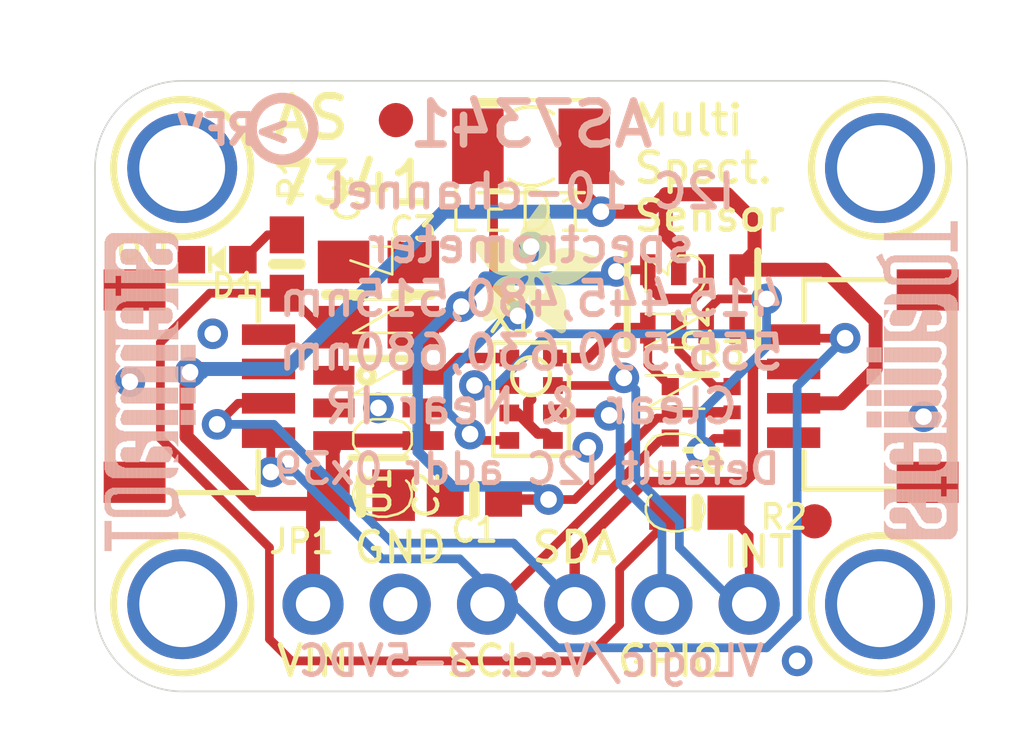
<source format=kicad_pcb>
(kicad_pcb (version 20211014) (generator pcbnew)
  (layers (0 "F.Cu" signal) (31 "B.Cu" signal) (34 "B.Paste" user) (35 "F.Paste" user) (36 "B.SilkS" user "B.Silkscreen") (37 "F.SilkS" user "F.Silkscreen") (38 "B.Mask" user) (39 "F.Mask" user) (44 "Edge.Cuts" user))
  (net 0 "")
  (net 1 "GND")
  (net 2 "SDA")
  (net 3 "SCL")
  (net 4 "INT")
  (net 5 "VCC")
  (net 6 "N$1")
  (net 7 "1.8V")
  (net 8 "SDA_2V")
  (net 9 "SCL_2V")
  (net 10 "GPIO")
  (net 11 "LDR")
  (net 12 "3.3V")
  (footprint "boardEagle:MOUNTINGHOLE_2.5_PLATED" (layer "F.Cu") (at 158.6611 98.6536)
    (fp_text reference "U$17" hide)
    (fp_text value "MOUNTINGHOLE2.5" hide)
    (pad "P$1" thru_hole circle (at 0 0) (size 3.2 3.2) (drill 2.5) (layers *.Cu *.Mask))
  )
  (footprint "boardEagle:JST_SH4" (layer "F.Cu") (at 138.3411 105.0036 -90)
    (fp_text reference "CONN4" (at -4.6 -5.9 90) (layer "F.SilkS") (effects (font (size 1.703222 1.703222) (thickness 0.074778)) (justify right)))
    (fp_text value "STEMMA_I2C_QT" hide)
    (pad "1" smd rect (at -1.5 -2.514) (size 1.55 0.6) (layers "F.Cu" "F.Paste" "F.Mask") (net 1 "GND"))
    (pad "2" smd rect (at -0.5 -2.514) (size 1.55 0.6) (layers "F.Cu" "F.Paste" "F.Mask") (net 5 "VCC"))
    (pad "3" smd rect (at 0.5 -2.514) (size 1.55 0.6) (layers "F.Cu" "F.Paste" "F.Mask") (net 2 "SDA"))
    (pad "4" smd rect (at 1.5 -2.514) (size 1.55 0.6) (layers "F.Cu" "F.Paste" "F.Mask") (net 3 "SCL"))
    (pad "MT1" smd rect (at -2.8 1.386) (size 1.8 1.2) (layers "F.Cu" "F.Paste" "F.Mask") (net 1 "GND"))
    (pad "MT2" smd rect (at 2.8 1.386) (size 1.8 1.2) (layers "F.Cu" "F.Paste" "F.Mask") (net 1 "GND"))
  )
  (footprint "boardEagle:RESPACK_4X0603" (layer "F.Cu") (at 153.2001 102.4636 180)
    (fp_text reference "R3" (at -1.6 -1.6) (layer "F.SilkS") (effects (font (size 0.692831 0.692831) (thickness 0.119969)) (justify right)))
    (fp_text value "10K")
    (pad "1" smd rect (at -1.3 0.85 180) (size 0.45 0.9) (layers "F.Cu" "F.Paste" "F.Mask") (net 5 "VCC"))
    (pad "2" smd rect (at -0.4 0.85 180) (size 0.45 0.9) (layers "F.Cu" "F.Paste" "F.Mask") (net 7 "1.8V"))
    (pad "3" smd rect (at 0.4 0.85 180) (size 0.45 0.9) (layers "F.Cu" "F.Paste" "F.Mask") (net 5 "VCC"))
    (pad "4" smd rect (at 1.3 0.85 180) (size 0.45 0.9) (layers "F.Cu" "F.Paste" "F.Mask") (net 7 "1.8V"))
    (pad "5" smd rect (at 1.3 -0.85 180) (size 0.45 0.9) (layers "F.Cu" "F.Paste" "F.Mask") (net 8 "SDA_2V"))
    (pad "6" smd rect (at 0.4 -0.85 180) (size 0.45 0.9) (layers "F.Cu" "F.Paste" "F.Mask") (net 2 "SDA"))
    (pad "7" smd rect (at -0.4 -0.85 180) (size 0.45 0.9) (layers "F.Cu" "F.Paste" "F.Mask") (net 9 "SCL_2V"))
    (pad "8" smd rect (at -1.3 -0.85 180) (size 0.45 0.9) (layers "F.Cu" "F.Paste" "F.Mask") (net 3 "SCL"))
  )
  (footprint "boardEagle:FIDUCIAL_1MM" (layer "F.Cu") (at 144.5641 97.2566)
    (fp_text reference "FID4" hide)
    (fp_text value "FIDUCIAL_1MM" hide)
    (pad "1" smd roundrect (at 0 0) (size 1 1) (layers "F.Cu" "F.Mask") (roundrect_rratio 0.5))
  )
  (footprint "boardEagle:MOUNTINGHOLE_2.5_PLATED" (layer "F.Cu") (at 138.3411 98.6536)
    (fp_text reference "U$1" hide)
    (fp_text value "MOUNTINGHOLE2.5" hide)
    (pad "P$1" thru_hole circle (at 0 0) (size 3.2 3.2) (drill 2.5) (layers *.Cu *.Mask))
  )
  (footprint "boardEagle:FIDUCIAL_1MM" (layer "F.Cu") (at 156.7561 108.9406)
    (fp_text reference "FID3" hide)
    (fp_text value "FIDUCIAL_1MM" hide)
    (pad "1" smd roundrect (at 0 0) (size 1 1) (layers "F.Cu" "F.Mask") (roundrect_rratio 0.5))
  )
  (footprint "boardEagle:0603-NO" (layer "F.Cu") (at 141.3891 101.4476 90)
    (fp_text reference "R1" (at 1.778 0.127 90) (layer "F.SilkS") (effects (font (size 0.692831 0.692831) (thickness 0.119969)) (justify left)))
    (fp_text value "10K")
    (pad "1" smd rect (at -0.85 0 90) (size 1.075 1) (layers "F.Cu" "F.Paste" "F.Mask") (net 12 "3.3V"))
    (pad "2" smd rect (at 0.85 0 90) (size 1.075 1) (layers "F.Cu" "F.Paste" "F.Mask") (net 6 "N$1"))
  )
  (footprint "boardEagle:CHIPLED_0603_NOOUTLINE" (layer "F.Cu") (at 139.3571 101.3206 90)
    (fp_text reference "D1" (at -0.762 1.27) (layer "F.SilkS") (effects (font (size 0.692831 0.692831) (thickness 0.119969)) (justify right)))
    (fp_text value "GREEN")
    (pad "A" smd rect (at 0 0.75 90) (size 0.8 0.8) (layers "F.Cu" "F.Paste" "F.Mask") (net 6 "N$1"))
    (pad "C" smd rect (at 0 -0.75 90) (size 0.8 0.8) (layers "F.Cu" "F.Paste" "F.Mask") (net 1 "GND"))
  )
  (footprint "boardEagle:0805-NO" (layer "F.Cu") (at 143.0401 102.3366 90)
    (fp_text reference "C4" (at 2.032 0.127 90) (layer "F.SilkS") (effects (font (size 0.692831 0.692831) (thickness 0.119969)) (justify left)))
    (fp_text value "10uF")
    (pad "1" smd rect (at -0.95 0 90) (size 1.24 1.5) (layers "F.Cu" "F.Paste" "F.Mask") (net 12 "3.3V"))
    (pad "2" smd rect (at 0.95 0 90) (size 1.24 1.5) (layers "F.Cu" "F.Paste" "F.Mask") (net 1 "GND"))
  )
  (footprint "boardEagle:MOUNTINGHOLE_2.5_PLATED" (layer "F.Cu") (at 138.3411 111.3536)
    (fp_text reference "U$19" hide)
    (fp_text value "MOUNTINGHOLE2.5" hide)
    (pad "P$1" thru_hole circle (at 0 0) (size 3.2 3.2) (drill 2.5) (layers *.Cu *.Mask))
  )
  (footprint "boardEagle:ADAFRUIT_3.5MM" (layer "F.Cu") (at 146.7231 103.4796)
    (fp_text reference "U$22" hide)
    (fp_text value "" hide)
  )
  (footprint "boardEagle:0805-NO" (layer "F.Cu") (at 145.0721 102.3366 90)
    (fp_text reference "C3" (at 1.905 -0.762) (layer "F.SilkS") (effects (font (size 0.692831 0.692831) (thickness 0.119969)) (justify left)))
    (fp_text value "10uF")
    (pad "1" smd rect (at -0.95 0 90) (size 1.24 1.5) (layers "F.Cu" "F.Paste" "F.Mask") (net 7 "1.8V"))
    (pad "2" smd rect (at 0.95 0 90) (size 1.24 1.5) (layers "F.Cu" "F.Paste" "F.Mask") (net 1 "GND"))
  )
  (footprint "boardEagle:0603-NO" (layer "F.Cu") (at 153.3271 108.6866)
    (fp_text reference "R2" (at 1.778 0.127) (layer "F.SilkS") (effects (font (size 0.692831 0.692831) (thickness 0.119969)) (justify left)))
    (fp_text value "10K")
    (pad "1" smd rect (at -0.85 0) (size 1.075 1) (layers "F.Cu" "F.Paste" "F.Mask") (net 12 "3.3V"))
    (pad "2" smd rect (at 0.85 0) (size 1.075 1) (layers "F.Cu" "F.Paste" "F.Mask") (net 4 "INT"))
  )
  (footprint "boardEagle:0603-NO" (layer "F.Cu") (at 146.8501 108.3056 180)
    (fp_text reference "C1" (at -0.762 -0.889) (layer "F.SilkS") (effects (font (size 0.692831 0.692831) (thickness 0.119969)) (justify right)))
    (fp_text value "0.1uF")
    (pad "1" smd rect (at -0.85 0 180) (size 1.075 1) (layers "F.Cu" "F.Paste" "F.Mask") (net 7 "1.8V"))
    (pad "2" smd rect (at 0.85 0 180) (size 1.075 1) (layers "F.Cu" "F.Paste" "F.Mask") (net 1 "GND"))
  )
  (footprint "boardEagle:AS7341" (layer "F.Cu") (at 148.5011 105.3846)
    (fp_text reference "X1" (at -1.3 -2.3) (layer "F.SilkS") (effects (font (size 0.692831 0.692831) (thickness 0.119969)) (justify left)))
    (fp_text value "AS7341")
    (pad "1" smd rect (at -0.635 -1.2) (size 0.575 0.488) (layers "F.Cu" "F.Paste" "F.Mask") (net 7 "1.8V"))
    (pad "2" smd rect (at -0.635 -0.4) (size 0.575 0.488) (layers "F.Cu" "F.Paste" "F.Mask") (net 9 "SCL_2V"))
    (pad "3" smd rect (at -0.635 0.4) (size 0.575 0.488) (layers "F.Cu" "F.Paste" "F.Mask") (net 1 "GND"))
    (pad "4" smd rect (at -0.635 1.2) (size 0.575 0.488) (layers "F.Cu" "F.Paste" "F.Mask") (net 11 "LDR"))
    (pad "5" smd rect (at 0.635 1.2) (size 0.575 0.488) (layers "F.Cu" "F.Paste" "F.Mask") (net 1 "GND"))
    (pad "6" smd rect (at 0.635 0.4) (size 0.575 0.488) (layers "F.Cu" "F.Paste" "F.Mask") (net 10 "GPIO"))
    (pad "7" smd rect (at 0.635 -0.4) (size 0.575 0.488) (layers "F.Cu" "F.Paste" "F.Mask") (net 4 "INT"))
    (pad "8" smd rect (at 0.635 -1.2) (size 0.575 0.488) (layers "F.Cu" "F.Paste" "F.Mask") (net 8 "SDA_2V"))
  )
  (footprint "boardEagle:0805-NO" (layer "F.Cu") (at 143.5481 108.1786)
    (fp_text reference "C2" (at 1.905 -0.762 90) (layer "F.SilkS") (effects (font (size 0.692831 0.692831) (thickness 0.119969)) (justify right)))
    (fp_text value "10uF")
    (pad "1" smd rect (at -0.95 0) (size 1.24 1.5) (layers "F.Cu" "F.Paste" "F.Mask") (net 5 "VCC"))
    (pad "2" smd rect (at 0.95 0) (size 1.24 1.5) (layers "F.Cu" "F.Paste" "F.Mask") (net 1 "GND"))
  )
  (footprint "boardEagle:MOUNTINGHOLE_2.5_PLATED" (layer "F.Cu") (at 158.6611 111.3536)
    (fp_text reference "U$21" hide)
    (fp_text value "MOUNTINGHOLE2.5" hide)
    (pad "P$1" thru_hole circle (at 0 0) (size 3.2 3.2) (drill 2.5) (layers *.Cu *.Mask))
  )
  (footprint "boardEagle:1X06_ROUND_70" (layer "F.Cu") (at 148.5011 111.3536)
    (fp_text reference "JP1" (at -7.6962 -1.8288) (layer "F.SilkS") (effects (font (size 0.692831 0.692831) (thickness 0.119969)) (justify left)))
    (fp_text value "")
    (pad "1" thru_hole circle (at -6.35 0 90) (size 1.778 1.778) (drill 1) (layers *.Cu *.Mask) (net 5 "VCC"))
    (pad "2" thru_hole circle (at -3.81 0 90) (size 1.778 1.778) (drill 1) (layers *.Cu *.Mask) (net 1 "GND"))
    (pad "3" thru_hole circle (at -1.27 0 90) (size 1.778 1.778) (drill 1) (layers *.Cu *.Mask) (net 3 "SCL"))
    (pad "4" thru_hole circle (at 1.27 0 90) (size 1.778 1.778) (drill 1) (layers *.Cu *.Mask) (net 2 "SDA"))
    (pad "5" thru_hole circle (at 3.81 0 90) (size 1.778 1.778) (drill 1) (layers *.Cu *.Mask) (net 10 "GPIO"))
    (pad "6" thru_hole circle (at 6.35 0 90) (size 1.778 1.778) (drill 1) (layers *.Cu *.Mask) (net 4 "INT"))
  )
  (footprint "boardEagle:JST_SH4" (layer "F.Cu") (at 158.6611 105.0036 90)
    (fp_text reference "CONN3" (at -4.6 -5.9 90) (layer "F.SilkS") (effects (font (size 1.703222 1.703222) (thickness 0.074778)) (justify left)))
    (fp_text value "STEMMA_I2C_QT" hide)
    (pad "1" smd rect (at -1.5 -2.514 180) (size 1.55 0.6) (layers "F.Cu" "F.Paste" "F.Mask") (net 1 "GND"))
    (pad "2" smd rect (at -0.5 -2.514 180) (size 1.55 0.6) (layers "F.Cu" "F.Paste" "F.Mask") (net 5 "VCC"))
    (pad "3" smd rect (at 0.5 -2.514 180) (size 1.55 0.6) (layers "F.Cu" "F.Paste" "F.Mask") (net 2 "SDA"))
    (pad "4" smd rect (at 1.5 -2.514 180) (size 1.55 0.6) (layers "F.Cu" "F.Paste" "F.Mask") (net 3 "SCL"))
    (pad "MT1" smd rect (at -2.8 1.386 180) (size 1.8 1.2) (layers "F.Cu" "F.Paste" "F.Mask") (net 1 "GND"))
    (pad "MT2" smd rect (at 2.8 1.386 180) (size 1.8 1.2) (layers "F.Cu" "F.Paste" "F.Mask") (net 1 "GND"))
  )
  (footprint "boardEagle:SOT23-6" (layer "F.Cu") (at 144.0561 105.6386 -90)
    (fp_text reference "U1" (at 1.651 0 90) (layer "F.SilkS") (effects (font (size 0.692831 0.692831) (thickness 0.119969)) (justify right)))
    (fp_text value "AP7312-3.3/1.8")
    (pad "1" smd rect (at -0.95 1.3 270) (size 0.55 1.2) (layers "F.Cu" "F.Paste" "F.Mask") (net 12 "3.3V"))
    (pad "2" smd rect (at 0 1.3 270) (size 0.55 1.2) (layers "F.Cu" "F.Paste" "F.Mask") (net 1 "GND"))
    (pad "3" smd rect (at 0.95 1.3 270) (size 0.55 1.2) (layers "F.Cu" "F.Paste" "F.Mask") (net 5 "VCC"))
    (pad "4" smd rect (at 0.95 -1.3 270) (size 0.55 1.2) (layers "F.Cu" "F.Paste" "F.Mask") (net 5 "VCC"))
    (pad "5" smd rect (at 0 -1.3 270) (size 0.55 1.2) (layers "F.Cu" "F.Paste" "F.Mask") (net 5 "VCC"))
    (pad "6" smd rect (at -0.95 -1.3 270) (size 0.55 1.2) (layers "F.Cu" "F.Paste" "F.Mask") (net 7 "1.8V"))
  )
  (footprint "boardEagle:KA-3528ASYC" (layer "F.Cu") (at 148.5011 98.0186 180)
    (fp_text reference "LED1" (at -1.905 -1.905) (layer "F.SilkS") (effects (font (size 1.176528 1.176528) (thickness 0.093472)) (justify right)))
    (fp_text value "EAHC2835WD6  ")
    (pad "A" smd rect (at -1.55 0 180) (size 1.5 2.2) (layers "F.Cu" "F.Paste" "F.Mask") (net 5 "VCC"))
    (pad "C" smd rect (at 1.55 0 180) (size 1.5 2.2) (layers "F.Cu" "F.Paste" "F.Mask") (net 11 "LDR"))
  )
  (footprint "boardEagle:SOT363" (layer "F.Cu") (at 153.4541 105.7656 90)
    (fp_text reference "Q2" (at 1.651 -0.127 90) (layer "F.SilkS") (effects (font (size 0.692831 0.692831) (thickness 0.119969)) (justify left)))
    (fp_text value "BSS138")
    (pad "1" smd rect (at -0.75 0.9 90) (size 0.5 0.5) (layers "F.Cu" "F.Paste" "F.Mask") (net 9 "SCL_2V"))
    (pad "2" smd rect (at 0 0.9 90) (size 0.4 0.5) (layers "F.Cu" "F.Paste" "F.Mask") (net 7 "1.8V"))
    (pad "3" smd rect (at 0.75 0.9 90) (size 0.5 0.5) (layers "F.Cu" "F.Paste" "F.Mask") (net 2 "SDA"))
    (pad "4" smd rect (at 0.75 -0.9 90) (size 0.5 0.5) (layers "F.Cu" "F.Paste" "F.Mask") (net 8 "SDA_2V"))
    (pad "5" smd rect (at 0 -0.9 90) (size 0.4 0.5) (layers "F.Cu" "F.Paste" "F.Mask") (net 7 "1.8V"))
    (pad "6" smd rect (at -0.75 -0.9 90) (size 0.5 0.5) (layers "F.Cu" "F.Paste" "F.Mask") (net 3 "SCL"))
  )
  (footprint "boardEagle:PCBFEAT-REV-040" (layer "B.Cu") (at 141.2621 97.5106 180)
    (fp_text reference "U$25" hide)
    (fp_text value "" hide)
    (fp_text user ">REV" (at -0.3556 -0.508) (layer "B.SilkS") (effects (font (size 0.8128 0.8128) (thickness 0.2032)) (justify left bottom mirror)))
  )
  (footprint "boardEagle:STEMMAQT" (layer "B.Cu") (at 138.7221 100.5586 -90)
    (fp_text reference "U$31" hide)
    (fp_text value "" hide)
  )
  (footprint "boardEagle:STEMMAQT" (layer "B.Cu") (at 158.2801 109.4486 90)
    (fp_text reference "U$30" hide)
    (fp_text value "" hide)
  )
  (gr_line (start 135.8011 98.6536) (end 135.8011 111.3536) (layer "Edge.Cuts") (width 0.05))
  (gr_arc (start 161.2011 111.3536) (mid 160.457151 113.149651) (end 158.6611 113.8936) (layer "Edge.Cuts") (width 0.05))
  (gr_arc (start 138.3411 113.8936) (mid 136.545049 113.149651) (end 135.8011 111.3536) (layer "Edge.Cuts") (width 0.05))
  (gr_arc (start 135.8011 98.6536) (mid 136.545049 96.857549) (end 138.3411 96.1136) (layer "Edge.Cuts") (width 0.05))
  (gr_arc (start 158.6611 96.1136) (mid 160.457151 96.857549) (end 161.2011 98.6536) (layer "Edge.Cuts") (width 0.05))
  (gr_line (start 138.3411 113.8936) (end 158.6611 113.8936) (layer "Edge.Cuts") (width 0.05))
  (gr_line (start 158.6611 96.1136) (end 138.3411 96.1136) (layer "Edge.Cuts") (width 0.05))
  (gr_line (start 161.2011 111.3536) (end 161.2011 98.6536) (layer "Edge.Cuts") (width 0.05))
  (gr_text "Default I2C addr 0x39" (at 148.3741 107.4166) (layer "B.SilkS") (effects (font (size 0.8636 0.8636) (thickness 0.1524)) (justify mirror)))
  (gr_text "AS7341" (at 148.5011 97.3836) (layer "B.SilkS") (effects (font (size 1.25222 1.25222) (thickness 0.22098)) (justify mirror)))
  (gr_text "VLogic/Vcc: 3-5VDC" (at 148.5011 113.0046) (layer "B.SilkS") (effects (font (size 0.8636 0.8636) (thickness 0.1524)) (justify mirror)))
  (gr_text "I2C 10-channel\nspectrometer\n415,445,480,515nm\n555,590,630,680nm\nClear & Near IR" (at 148.5011 102.4636) (layer "B.SilkS") (effects (font (size 0.97155 0.97155) (thickness 0.17145)) (justify mirror)))
  (gr_text "VIN" (at 142.1511 113.0046) (layer "F.SilkS") (effects (font (size 0.87376 0.87376) (thickness 0.14224))))
  (gr_text "GND" (at 144.6911 109.7026) (layer "F.SilkS") (effects (font (size 0.87376 0.87376) (thickness 0.14224))))
  (gr_text "SCL" (at 147.2311 113.0046) (layer "F.SilkS") (effects (font (size 0.87376 0.87376) (thickness 0.14224))))
  (gr_text "INT" (at 155.1051 109.8296) (layer "F.SilkS") (effects (font (size 0.87376 0.87376) (thickness 0.14224))))
  (gr_text "Multi\nSpect.\nSensor" (at 151.4221 98.6536) (layer "F.SilkS") (effects (font (size 0.8636 0.8636) (thickness 0.1524)) (justify left)))
  (gr_text "GPIO" (at 152.5651 113.0046) (layer "F.SilkS") (effects (font (size 0.87376 0.87376) (thickness 0.14224))))
  (gr_text "on" (at 136.3091 101.4476) (layer "F.SilkS") (effects (font (size 0.89408 0.89408) (thickness 0.12192)) (justify left bottom)))
  (gr_text "AS\n7341" (at 140.8811 98.1456) (layer "F.SilkS") (effects (font (size 1.18745 1.18745) (thickness 0.20955)) (justify left)))
  (gr_text "SDA" (at 149.7711 109.7026) (layer "F.SilkS") (effects (font (size 0.87376 0.87376) (thickness 0.14224))))
  (segment (start 147.8661 105.7846) (end 148.101706 105.7846) (width 0.3048) (layer "F.Cu") (net 1))
  (segment (start 148.101706 105.7846) (end 148.418903 106.101797) (width 0.3048) (layer "F.Cu") (net 1))
  (segment (start 148.418903 105.466191) (end 148.5011 105.383994) (width 0.3048) (layer "F.Cu") (net 1))
  (segment (start 148.5011 105.383994) (end 148.501706 105.3846) (width 0.3048) (layer "F.Cu") (net 1))
  (segment (start 148.701306 106.3842) (end 148.9357 106.3842) (width 0.3048) (layer "F.Cu") (net 1))
  (segment (start 148.418903 106.101797) (end 148.701306 106.3842) (width 0.3048) (layer "F.Cu") (net 1))
  (segment (start 148.9357 106.3842) (end 149.1361 106.5846) (width 0.3048) (layer "F.Cu") (net 1))
  (segment (start 148.418903 106.101797) (end 148.418903 105.466191) (width 0.3048) (layer "F.Cu") (net 1))
  (via (at 139.2301 103.4796) (size 0.889) (drill 0.4826) (layers "F.Cu" "B.Cu") (net 1))
  (via (at 150.1521 106.7816) (size 0.889) (drill 0.4826) (layers "F.Cu" "B.Cu") (net 1))
  (via (at 148.5011 100.9396) (size 0.889) (drill 0.4826) (layers "F.Cu" "B.Cu") (net 1))
  (via (at 136.8171 104.8766) (size 0.889) (drill 0.4826) (layers "F.Cu" "B.Cu") (net 1))
  (via (at 159.9311 105.8926) (size 0.889) (drill 0.4826) (layers "F.Cu" "B.Cu") (net 1))
  (via (at 144.0561 105.6386) (size 0.889) (drill 0.4826) (layers "F.Cu" "B.Cu") (net 1))
  (via (at 156.2481 113.0046) (size 0.889) (drill 0.4826) (layers "F.Cu" "B.Cu") (net 1))
  (segment (start 149.7711 109.8296) (end 149.7711 111.3536) (width 0.3048) (layer "F.Cu") (net 2))
  (segment (start 156.0121 104.3686) (end 156.1471 104.5036) (width 0.254) (layer "F.Cu") (net 2))
  (segment (start 153.8461 105.0156) (end 152.8001 103.9696) (width 0.254) (layer "F.Cu") (net 2))
  (segment (start 154.9597 104.3686) (end 156.0121 104.3686) (width 0.254) (layer "F.Cu") (net 2))
  (segment (start 140.8551 105.5036) (end 139.97 105.5036) (width 0.254) (layer "F.Cu") (net 2))
  (segment (start 154.9597 107.547894) (end 154.709993 107.7976) (width 0.3048) (layer "F.Cu") (net 2))
  (segment (start 154.3541 105.0156) (end 154.3541 104.8656) (width 0.254) (layer "F.Cu") (net 2))
  (segment (start 139.3571 106.1165) (end 139.97 105.5036) (width 0.254) (layer "F.Cu") (net 2))
  (segment (start 151.8031 107.7976) (end 149.7711 109.8296) (width 0.3048) (layer "F.Cu") (net 2))
  (segment (start 154.8511 104.3686) (end 154.9597 104.3686) (width 0.254) (layer "F.Cu") (net 2))
  (segment (start 152.8001 103.3136) (end 152.8001 103.9696) (width 0.254) (layer "F.Cu") (net 2))
  (segment (start 154.8511 104.3686) (end 154.3541 104.8656) (width 0.254) (layer "F.Cu") (net 2))
  (segment (start 153.8461 105.0156) (end 154.3541 105.0156) (width 0.254) (layer "F.Cu") (net 2))
  (segment (start 154.9597 104.3686) (end 154.9597 107.547894) (width 0.3048) (layer "F.Cu") (net 2))
  (segment (start 154.709993 107.7976) (end 151.8031 107.7976) (width 0.3048) (layer "F.Cu") (net 2))
  (via (at 139.3571 106.1165) (size 0.889) (drill 0.4826) (layers "F.Cu" "B.Cu") (net 2))
  (segment (start 144.4672 109.5756) (end 141.0081 106.1165) (width 0.254) (layer "B.Cu") (net 2))
  (segment (start 139.3571 106.1165) (end 141.0081 106.1165) (width 0.254) (layer "B.Cu") (net 2))
  (segment (start 147.9931 109.5756) (end 149.7711 111.3536) (width 0.254) (layer "B.Cu") (net 2))
  (segment (start 144.4672 109.5756) (end 147.9931 109.5756) (width 0.254) (layer "B.Cu") (net 2))
  (segment (start 140.8551 106.5036) (end 140.919853 106.568354) (width 0.254) (layer "F.Cu") (net 3))
  (segment (start 152.5541 106.5156) (end 152.3231 106.5156) (width 0.254) (layer "F.Cu") (net 3))
  (segment (start 147.2311 111.3536) (end 147.4851 111.3536) (width 0.254) (layer "F.Cu") (net 3))
  (segment (start 157.6451 103.6075) (end 156.251 103.6075) (width 0.254) (layer "F.Cu") (net 3))
  (segment (start 154.6901 103.5036) (end 154.5001 103.3136) (width 0.254) (layer "F.Cu") (net 3))
  (segment (start 156.1471 103.5036) (end 156.251 103.6075) (width 0.254) (layer "F.Cu") (net 3))
  (segment (start 152.3231 106.5156) (end 147.4851 111.3536) (width 0.254) (layer "F.Cu") (net 3))
  (segment (start 140.919853 106.568354) (end 140.919853 107.504847) (width 0.254) (layer "F.Cu") (net 3))
  (segment (start 156.1471 103.5036) (end 154.6901 103.5036) (width 0.254) (layer "F.Cu") (net 3))
  (via (at 140.919853 107.504847) (size 0.889) (drill 0.4826) (layers "F.Cu" "B.Cu") (net 3))
  (via (at 157.6451 103.6075) (size 0.889) (drill 0.4826) (layers "F.Cu" "B.Cu") (net 3))
  (segment (start 149.2631 112.6236) (end 147.9931 111.3536) (width 0.254) (layer "B.Cu") (net 3))
  (segment (start 144.150818 110.0328) (end 146.4183 110.0328) (width 0.254) (layer "B.Cu") (net 3))
  (segment (start 147.9931 111.3536) (end 147.2311 111.3536) (width 0.254) (layer "B.Cu") (net 3))
  (segment (start 147.2311 110.8456) (end 147.2311 111.3536) (width 0.254) (layer "B.Cu") (net 3))
  (segment (start 157.6451 103.6075) (end 156.2481 105.0045) (width 0.254) (layer "B.Cu") (net 3))
  (segment (start 146.4183 110.0328) (end 147.2311 110.8456) (width 0.254) (layer "B.Cu") (net 3))
  (segment (start 155.3591 112.6236) (end 149.2631 112.6236) (width 0.254) (layer "B.Cu") (net 3))
  (segment (start 156.2481 105.0045) (end 156.2481 111.7346) (width 0.254) (layer "B.Cu") (net 3))
  (segment (start 144.150818 110.0328) (end 141.622865 107.504847) (width 0.254) (layer "B.Cu") (net 3))
  (segment (start 156.2481 111.7346) (end 155.3591 112.6236) (width 0.254) (layer "B.Cu") (net 3))
  (segment (start 140.919853 107.504847) (end 141.622865 107.504847) (width 0.254) (layer "B.Cu") (net 3))
  (segment (start 150.980506 104.9846) (end 151.202806 104.7623) (width 0.254) (layer "F.Cu") (net 4))
  (segment (start 149.1361 104.9846) (end 150.980506 104.9846) (width 0.254) (layer "F.Cu") (net 4))
  (segment (start 154.8511 109.3606) (end 154.8511 111.3536) (width 0.254) (layer "F.Cu") (net 4))
  (segment (start 154.1771 108.6866) (end 154.8511 109.3606) (width 0.254) (layer "F.Cu") (net 4))
  (via (at 151.202806 104.7623) (size 0.889) (drill 0.4826) (layers "F.Cu" "B.Cu") (net 4))
  (segment (start 151.5491 105.108594) (end 151.5491 107.6706) (width 0.254) (layer "B.Cu") (net 4))
  (segment (start 151.5491 107.6706) (end 152.8191 108.9406) (width 0.254) (layer "B.Cu") (net 4))
  (segment (start 154.4701 111.3536) (end 154.8511 111.3536) (width 0.254) (layer "B.Cu") (net 4))
  (segment (start 154.4701 111.3536) (end 152.8191 109.7026) (width 0.254) (layer "B.Cu") (net 4))
  (segment (start 152.8191 108.9406) (end 152.8191 109.7026) (width 0.254) (layer "B.Cu") (net 4))
  (segment (start 151.202806 104.7623) (end 151.5491 105.108594) (width 0.254) (layer "B.Cu") (net 4))
  (segment (start 150.0511 99.4416) (end 150.0511 98.0186) (width 0.4064) (layer "F.Cu") (net 5))
  (segment (start 142.7251 108.0516) (end 142.5981 108.1786) (width 0.4064) (layer "F.Cu") (net 5))
  (segment (start 152.8001 100.9786) (end 152.4191 100.5976) (width 0.4064) (layer "F.Cu") (net 5))
  (segment (start 158.5341 104.4956) (end 158.5341 103.0986) (width 0.4064) (layer "F.Cu") (net 5))
  (segment (start 145.3561 105.6386) (end 145.3561 106.5886) (width 0.4064) (layer "F.Cu") (net 5))
  (segment (start 142.7561 106.5886) (end 142.7561 106.842594) (width 0.4064) (layer "F.Cu") (net 5))
  (segment (start 151.9301 99.9236) (end 152.3111 99.5426) (width 0.4064) (layer "F.Cu") (net 5))
  (segment (start 155.0081 100.2076) (end 155.0081 101.1056) (width 0.4064) (layer "F.Cu") (net 5))
  (segment (start 154.2161 99.4156) (end 152.4191 99.4156) (width 0.4064) (layer "F.Cu") (net 5))
  (segment (start 140.8551 104.5036) (end 138.9681 104.5036) (width 0.4064) (layer "F.Cu") (net 5))
  (segment (start 150.5331 99.9236) (end 150.0511 99.4416) (width 0.4064) (layer "F.Cu") (net 5))
  (segment (start 142.5981 108.1786) (end 142.1511 108.6256) (width 0.4064) (layer "F.Cu") (net 5))
  (segment (start 142.7561 106.842594) (end 142.7251 106.873591) (width 0.4064) (layer "F.Cu") (net 5))
  (segment (start 152.8001 101.6136) (end 152.8001 100.9786) (width 0.4064) (layer "F.Cu") (net 5))
  (segment (start 150.5331 99.9236) (end 151.9301 99.9236) (width 0.4064) (layer "F.Cu") (net 5))
  (segment (start 152.4191 99.4156) (end 152.4191 99.5426) (width 0.4064) (layer "F.Cu") (net 5))
  (segment (start 138.4681 105.0036) (end 138.4681 106.479863) (width 0.4064) (layer "F.Cu") (net 5))
  (segment (start 152.4191 99.5426) (end 152.4191 100.5976) (width 0.4064) (layer "F.Cu") (net 5))
  (segment (start 157.5261 105.5036) (end 158.5341 104.4956) (width 0.4064) (layer "F.Cu") (net 5))
  (segment (start 138.4681 106.479863) (end 140.420837 108.4326) (width 0.4064) (layer "F.Cu") (net 5))
  (segment (start 157.0491 101.6136) (end 154.5001 101.6136) (width 0.4064) (layer "F.Cu") (net 5))
  (segment (start 145.3561 106.5886) (end 142.7561 106.5886) (width 0.4064) (layer "F.Cu") (net 5))
  (segment (start 140.420837 108.4326) (end 142.3441 108.4326) (width 0.4064) (layer "F.Cu") (net 5))
  (segment (start 138.9681 104.5036) (end 138.4681 105.0036) (width 0.4064) (layer "F.Cu") (net 5))
  (segment (start 142.1511 108.6256) (end 142.1511 111.3536) (width 0.4064) (layer "F.Cu") (net 5))
  (segment (start 138.9681 104.5036) (end 138.663393 104.5036) (width 0.4064) (layer "F.Cu") (net 5))
  (segment (start 154.2161 99.4156) (end 155.0081 100.2076) (width 0.4064) (layer "F.Cu") (net 5))
  (segment (start 142.7251 106.873591) (end 142.7251 108.0516) (width 0.4064) (layer "F.Cu") (net 5))
  (segment (start 155.0081 101.1056) (end 154.5001 101.6136) (width 0.4064) (layer "F.Cu") (net 5))
  (segment (start 156.1471 105.5036) (end 157.5261 105.5036) (width 0.4064) (layer "F.Cu") (net 5))
  (segment (start 142.3441 108.4326) (end 142.5981 108.1786) (width 0.4064) (layer "F.Cu") (net 5))
  (segment (start 152.3111 99.5426) (end 152.4191 99.5426) (width 0.4064) (layer "F.Cu") (net 5))
  (segment (start 138.663393 104.5036) (end 138.569746 104.597247) (width 0.4064) (layer "F.Cu") (net 5))
  (segment (start 158.5341 103.0986) (end 157.0491 101.6136) (width 0.4064) (layer "F.Cu") (net 5))
  (via (at 138.569746 104.597247) (size 0.889) (drill 0.4826) (layers "F.Cu" "B.Cu") (net 5))
  (via (at 150.5331 99.9236) (size 0.889) (drill 0.4826) (layers "F.Cu" "B.Cu") (net 5))
  (segment (start 139.004643 104.5036) (end 141.3811 104.5036) (width 0.4064) (layer "B.Cu") (net 5))
  (segment (start 141.3811 104.5036) (end 145.9611 99.9236) (width 0.4064) (layer "B.Cu") (net 5))
  (segment (start 145.9611 99.9236) (end 150.5331 99.9236) (width 0.4064) (layer "B.Cu") (net 5))
  (segment (start 138.569746 104.597247) (end 138.910996 104.597247) (width 0.4064) (layer "B.Cu") (net 5))
  (segment (start 138.910996 104.597247) (end 139.004643 104.5036) (width 0.4064) (layer "B.Cu") (net 5))
  (segment (start 140.8301 100.5976) (end 141.3891 100.5976) (width 0.254) (layer "F.Cu") (net 6))
  (segment (start 140.1071 101.3206) (end 140.8301 100.5976) (width 0.254) (layer "F.Cu") (net 6))
  (segment (start 152.3843 105.9354) (end 152.167325 105.9354) (width 0.254) (layer "F.Cu") (net 7))
  (segment (start 152.3111 102.4636) (end 151.9001 102.0526) (width 0.3048) (layer "F.Cu") (net 7))
  (segment (start 154.3541 105.7656) (end 152.5541 105.7656) (width 0.3048) (layer "F.Cu") (net 7))
  (segment (start 151.0339 101.6136) (end 150.984 101.6635) (width 0.254) (layer "F.Cu") (net 7))
  (segment (start 151.321125 106.7816) (end 151.2951 106.7816) (width 0.254) (layer "F.Cu") (net 7))
  (segment (start 145.9611 104.6226) (end 145.4531 104.6226) (width 0.3048) (layer "F.Cu") (net 7))
  (segment (start 145.3561 104.6886) (end 145.4221 104.6226) (width 0.254) (layer "F.Cu") (net 7))
  (segment (start 145.4221 104.6226) (end 145.4531 104.6226) (width 0.254) (layer "F.Cu") (net 7))
  (segment (start 153.2001 102.4636) (end 152.3111 102.4636) (width 0.3048) (layer "F.Cu") (net 7))
  (segment (start 151.2951 106.7816) (end 149.7711 108.3056) (width 0.254) (layer "F.Cu") (net 7))
  (segment (start 145.0721 104.4046) (end 145.3561 104.6886) (width 0.3048) (layer "F.Cu") (net 7))
  (segment (start 153.6001 101.6136) (end 153.6001 102.0636) (width 0.3048) (layer "F.Cu") (net 7))
  (segment (start 151.9001 102.0526) (end 151.9001 101.6136) (width 0.3048) (layer "F.Cu") (net 7))
  (segment (start 152.167325 105.9354) (end 151.321125 106.7816) (width 0.254) (layer "F.Cu") (net 7))
  (segment (start 152.5541 105.7656) (end 152.3843 105.9354) (width 0.254) (layer "F.Cu") (net 7))
  (segment (start 145.0721 103.2866) (end 145.8698 103.2866) (width 0.3048) (layer "F.Cu") (net 7))
  (segment (start 147.7001 108.3056) (end 149.0091 108.3056) (width 0.3048) (layer "F.Cu") (net 7))
  (segment (start 149.7711 108.3056) (end 149.0091 108.3056) (width 0.254) (layer "F.Cu") (net 7))
  (segment (start 145.0721 103.2866) (end 145.0721 104.4046) (width 0.3048) (layer "F.Cu") (net 7))
  (segment (start 146.3991 104.1846) (end 145.9611 104.6226) (width 0.3048) (layer "F.Cu") (net 7))
  (segment (start 147.8661 104.1846) (end 146.3991 104.1846) (width 0.3048) (layer "F.Cu") (net 7))
  (segment (start 145.8698 103.2866) (end 146.4691 102.6873) (width 0.3048) (layer "F.Cu") (net 7))
  (segment (start 153.6001 102.0636) (end 153.2001 102.4636) (width 0.3048) (layer "F.Cu") (net 7))
  (segment (start 151.9001 101.6136) (end 151.0339 101.6136) (width 0.254) (layer "F.Cu") (net 7))
  (via (at 150.984 101.6635) (size 0.889) (drill 0.4826) (layers "F.Cu" "B.Cu") (net 7))
  (via (at 146.4691 102.6873) (size 0.889) (drill 0.4826) (layers "F.Cu" "B.Cu") (net 7))
  (via (at 149.0091 108.3056) (size 0.889) (drill 0.4826) (layers "F.Cu" "B.Cu") (net 7))
  (segment (start 145.1991 103.7336) (end 145.1991 106.9086) (width 0.3048) (layer "B.Cu") (net 7))
  (segment (start 150.7808 101.8667) (end 147.1627 101.8667) (width 0.4064) (layer "B.Cu") (net 7))
  (segment (start 149.0091 108.3056) (end 148.6281 107.9246) (width 0.3048) (layer "B.Cu") (net 7))
  (segment (start 146.2454 102.6873) (end 145.1991 103.7336) (width 0.3048) (layer "B.Cu") (net 7))
  (segment (start 146.2151 107.9246) (end 145.1991 106.9086) (width 0.3048) (layer "B.Cu") (net 7))
  (segment (start 147.1627 101.8667) (end 146.4691 102.5603) (width 0.3048) (layer "B.Cu") (net 7))
  (segment (start 148.6281 107.9246) (end 146.2151 107.9246) (width 0.3048) (layer "B.Cu") (net 7))
  (segment (start 150.984 101.6635) (end 150.7808 101.8667) (width 0.4064) (layer "B.Cu") (net 7))
  (segment (start 146.4691 102.6873) (end 146.2454 102.6873) (width 0.3048) (layer "B.Cu") (net 7))
  (segment (start 146.4691 102.5603) (end 146.4691 102.6873) (width 0.3048) (layer "B.Cu") (net 7))
  (segment (start 151.9001 104.3616) (end 151.9001 103.3136) (width 0.254) (layer "F.Cu") (net 8))
  (segment (start 151.0231 103.3136) (end 151.9001 103.3136) (width 0.3048) (layer "F.Cu") (net 8))
  (segment (start 149.1361 104.1846) (end 150.1521 104.1846) (width 0.3048) (layer "F.Cu") (net 8))
  (segment (start 151.0231 103.3136) (end 150.1521 104.1846) (width 0.3048) (layer "F.Cu") (net 8))
  (segment (start 152.5541 105.0156) (end 151.9001 104.3616) (width 0.254) (layer "F.Cu") (net 8))
  (segment (start 154.2271 106.5156) (end 154.2151 106.5276) (width 0.254) (layer "F.Cu") (net 9))
  (segment (start 155.3582 102.4636) (end 155.3591 102.4645) (width 0.254) (layer "F.Cu") (net 9))
  (segment (start 153.8351 106.5276) (end 153.4541 106.9086) (width 0.254) (layer "F.Cu") (net 9))
  (segment (start 147.8661 104.9846) (end 147.866 104.9847) (width 0.254) (layer "F.Cu") (net 9))
  (segment (start 153.6001 103.3136) (end 153.6001 102.8256) (width 0.254) (layer "F.Cu") (net 9))
  (segment (start 153.6001 102.8256) (end 153.9621 102.4636) (width 0.254) (layer "F.Cu") (net 9))
  (segment (start 153.9621 102.4636) (end 155.3582 102.4636) (width 0.254) (layer "F.Cu") (net 9))
  (segment (start 154.2151 106.5276) (end 153.8351 106.5276) (width 0.254) (layer "F.Cu") (net 9))
  (segment (start 147.866 104.9847) (end 146.8501 104.9847) (width 0.254) (layer "F.Cu") (net 9))
  (segment (start 154.3541 106.5156) (end 154.2271 106.5156) (width 0.254) (layer "F.Cu") (net 9))
  (via (at 146.8501 104.9847) (size 0.889) (drill 0.4826) (layers "F.Cu" "B.Cu") (net 9))
  (via (at 153.4541 106.9086) (size 0.889) (drill 0.4826) (layers "F.Cu" "B.Cu") (net 9))
  (via (at 155.3591 102.4645) (size 0.889) (drill 0.4826) (layers "F.Cu" "B.Cu") (net 9))
  (segment (start 155.3591 103.8606) (end 153.4541 105.7656) (width 0.254) (layer "B.Cu") (net 9))
  (segment (start 148.9902 103.4796) (end 154.9781 103.4796) (width 0.254) (layer "B.Cu") (net 9))
  (segment (start 148.9902 103.4796) (end 147.4851 104.9847) (width 0.254) (layer "B.Cu") (net 9))
  (segment (start 155.3591 102.4645) (end 155.3591 103.8606) (width 0.254) (layer "B.Cu") (net 9))
  (segment (start 146.8501 104.9847) (end 147.4851 104.9847) (width 0.254) (layer "B.Cu") (net 9))
  (segment (start 154.9781 103.4796) (end 155.3591 103.8606) (width 0.254) (layer "B.Cu") (net 9))
  (segment (start 153.4541 105.7656) (end 153.4541 106.9086) (width 0.254) (layer "B.Cu") (net 9))
  (segment (start 149.1361 105.7846) (end 150.7045 105.7846) (width 0.254) (layer "F.Cu") (net 10))
  (segment (start 150.7045 105.7846) (end 150.7744 105.8545) (width 0.254) (layer "F.Cu") (net 10))
  (via (at 150.7744 105.8545) (size 0.889) (drill 0.4826) (layers "F.Cu" "B.Cu") (net 10))
  (segment (start 151.0919 107.859982) (end 152.3111 109.079182) (width 0.254) (layer "B.Cu") (net 10))
  (segment (start 151.0919 106.172) (end 151.0919 107.859982) (width 0.254) (layer "B.Cu") (net 10))
  (segment (start 150.7744 105.8545) (end 151.0919 106.172) (width 0.254) (layer "B.Cu") (net 10))
  (segment (start 152.3111 109.079182) (end 152.3111 111.3536) (width 0.254) (layer "B.Cu") (net 10))
  (segment (start 147.4086 98.4761) (end 146.9511 98.0186) (width 0.254) (layer "F.Cu") (net 11))
  (segment (start 148.1201 102.7436) (end 147.4086 102.0321) (width 0.254) (layer "F.Cu") (net 11))
  (segment (start 146.9071 106.5846) (end 147.8661 106.5846) (width 0.254) (layer "F.Cu") (net 11))
  (segment (start 147.4086 102.0321) (end 147.4086 98.4761) (width 0.254) (layer "F.Cu") (net 11))
  (segment (start 146.7231 106.4006) (end 146.9071 106.5846) (width 0.254) (layer "F.Cu") (net 11))
  (segment (start 148.1201 102.7436) (end 148.1201 102.9589) (width 0.254) (layer "F.Cu") (net 11))
  (via (at 148.1201 102.9589) (size 0.889) (drill 0.4826) (layers "F.Cu" "B.Cu") (net 11))
  (via (at 146.7231 106.4006) (size 0.889) (drill 0.4826) (layers "F.Cu" "B.Cu") (net 11))
  (segment (start 148.1201 102.9589) (end 147.780306 102.9589) (width 0.254) (layer "B.Cu") (net 11))
  (segment (start 146.0754 105.7529) (end 146.7231 106.4006) (width 0.254) (layer "B.Cu") (net 11))
  (segment (start 147.780306 102.9589) (end 146.0754 104.663807) (width 0.254) (layer "B.Cu") (net 11))
  (segment (start 146.0754 104.663807) (end 146.0754 105.7529) (width 0.254) (layer "B.Cu") (net 11))
  (segment (start 142.7561 103.5706) (end 142.7561 104.6886) (width 0.254) (layer "F.Cu") (net 12))
  (segment (start 140.8811 112.3696) (end 140.8811 109.7026) (width 0.254) (layer "F.Cu") (net 12))
  (segment (start 137.7061 106.5276) (end 137.7061 103.7336) (width 0.254) (layer "F.Cu") (net 12))
  (segment (start 152.4771 108.9406) (end 151.0801 110.3376) (width 0.254) (layer "F.Cu") (net 12))
  (segment (start 151.0801 110.3376) (end 151.0801 111.9496) (width 0.254) (layer "F.Cu") (net 12))
  (segment (start 141.5161 113.0046) (end 140.8811 112.3696) (width 0.254) (layer "F.Cu") (net 12))
  (segment (start 143.0401 103.2866) (end 142.7561 103.5706) (width 0.254) (layer "F.Cu") (net 12))
  (segment (start 152.4771 108.6866) (end 152.4771 108.9406) (width 0.254) (layer "F.Cu") (net 12))
  (segment (start 141.3891 102.2976) (end 142.3781 103.2866) (width 0.254) (layer "F.Cu") (net 12))
  (segment (start 139.1421 102.2976) (end 141.3891 102.2976) (width 0.254) (layer "F.Cu") (net 12))
  (segment (start 137.7061 103.7336) (end 139.1421 102.2976) (width 0.254) (layer "F.Cu") (net 12))
  (segment (start 140.8811 109.7026) (end 137.7061 106.5276) (width 0.254) (layer "F.Cu") (net 12))
  (segment (start 151.0801 111.9496) (end 150.0251 113.0046) (width 0.254) (layer "F.Cu") (net 12))
  (segment (start 150.0251 113.0046) (end 141.5161 113.0046) (width 0.254) (layer "F.Cu") (net 12))
  (segment (start 142.3781 103.2866) (end 143.0401 103.2866) (width 0.254) (layer "F.Cu") (net 12))
)
</source>
